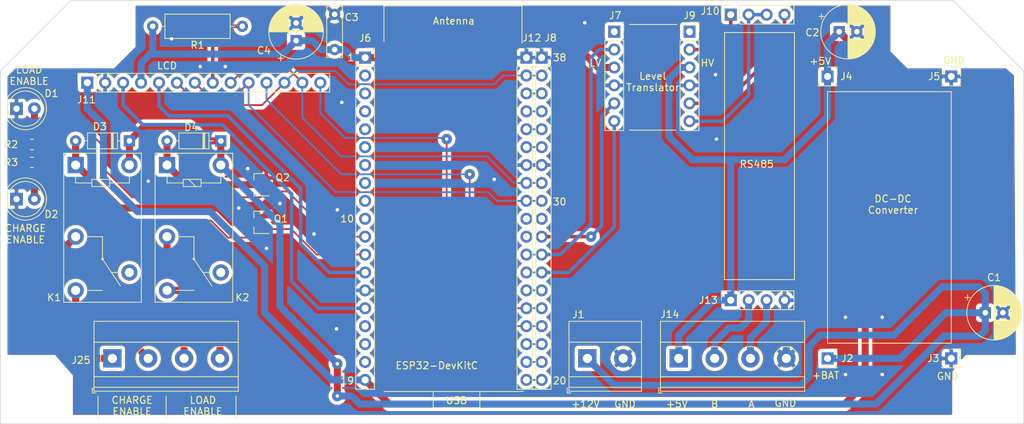
<source format=kicad_pcb>
(kicad_pcb (version 20171130) (host pcbnew "(5.1.8)-1")
  (layers (0 F.Cu signal) (31 B.Cu signal) (34 B.Paste user) (35 F.Paste user) (36 B.SilkS user) (37 F.SilkS user) (38 B.Mask user) (39 F.Mask user) (44 Edge.Cuts user))
  (net 0 "")
  (net 1 GND)
  (net 2 "Net-(J11-Pad3)")
  (net 3 "Net-(J11-Pad5)")
  (net 4 "Net-(J6-Pad2)")
  (net 5 "Net-(J10-Pad1)")
  (net 6 "Net-(J10-Pad4)")
  (net 7 "Net-(J10-Pad2)")
  (net 8 "Net-(J11-Pad8)")
  (net 9 "Net-(J11-Pad10)")
  (net 10 "Net-(J11-Pad11)")
  (net 11 "Net-(J11-Pad12)")
  (net 12 "Net-(J11-Pad13)")
  (net 13 "Net-(J11-Pad14)")
  (net 14 "Net-(J13-Pad2)")
  (net 15 "Net-(J13-Pad3)")
  (net 16 "Net-(D1-Pad2)")
  (net 17 "Net-(D2-Pad2)")
  (net 18 "Net-(D3-Pad2)")
  (net 19 "Net-(D4-Pad2)")
  (net 20 "Net-(J25-Pad1)")
  (net 21 "Net-(J25-Pad2)")
  (net 22 "Net-(J25-Pad3)")
  (net 23 "Net-(J25-Pad4)")
  (net 24 "Net-(K1-Pad4)")
  (net 25 "Net-(K2-Pad4)")
  (net 26 /12V)
  (net 27 +5V)
  (net 28 +3V3)
  (net 29 "Net-(J6-Pad11)")
  (net 30 "Net-(J6-Pad12)")
  (net 31 "Net-(J6-Pad16)")
  (net 32 "Net-(J6-Pad17)")
  (net 33 "Net-(J6-Pad18)")
  (net 34 "Net-(J7-Pad1)")
  (net 35 "Net-(J9-Pad1)")
  (net 36 "Net-(J6-Pad3)")
  (net 37 "Net-(J6-Pad4)")
  (net 38 "Net-(J6-Pad5)")
  (net 39 "Net-(J6-Pad6)")
  (net 40 "Net-(J6-Pad7)")
  (net 41 "Net-(J6-Pad8)")
  (net 42 "Net-(J6-Pad9)")
  (net 43 "Net-(J6-Pad10)")
  (net 44 "Net-(J12-Pad13)")
  (net 45 "Net-(J12-Pad11)")
  (net 46 "Net-(J12-Pad12)")
  (net 47 "Net-(J12-Pad19)")
  (net 48 "Net-(J12-Pad18)")
  (net 49 "Net-(J12-Pad17)")
  (net 50 "Net-(J12-Pad14)")
  (net 51 "Net-(J12-Pad10)")
  (net 52 "Net-(J12-Pad6)")
  (net 53 "Net-(J12-Pad5)")
  (net 54 "Net-(J12-Pad4)")
  (net 55 "Net-(J12-Pad3)")
  (module Connector_PinSocket_2.54mm:PinSocket_1x19_P2.54mm_Vertical (layer F.Cu) (at 146.812 58.166)
    (fp_text reference J8 (at 1.27 -2.794) (layer F.SilkS))
    (fp_text value Conn_01x19_Female)
    (pad 19 thru_hole oval (at 0 45.72) (size 1.7 1.7) (drill 1) (layers *.Cu *.Mask) (net 47 "Net-(J12-Pad19)"))
    (pad 18 thru_hole oval (at 0 43.18) (size 1.7 1.7) (drill 1) (layers *.Cu *.Mask) (net 48 "Net-(J12-Pad18)"))
    (pad 17 thru_hole oval (at 0 40.64) (size 1.7 1.7) (drill 1) (layers *.Cu *.Mask) (net 49 "Net-(J12-Pad17)"))
    (pad 16 thru_hole oval (at 0 38.1) (size 1.7 1.7) (drill 1) (layers *.Cu *.Mask) (net 13 "Net-(J11-Pad14)"))
    (pad 15 thru_hole oval (at 0 35.56) (size 1.7 1.7) (drill 1) (layers *.Cu *.Mask) (net 10 "Net-(J11-Pad11)"))
    (pad 14 thru_hole oval (at 0 33.02) (size 1.7 1.7) (drill 1) (layers *.Cu *.Mask) (net 50 "Net-(J12-Pad14)"))
    (pad 13 thru_hole oval (at 0 30.48) (size 1.7 1.7) (drill 1) (layers *.Cu *.Mask) (net 44 "Net-(J12-Pad13)"))
    (pad 12 thru_hole oval (at 0 27.94) (size 1.7 1.7) (drill 1) (layers *.Cu *.Mask) (net 46 "Net-(J12-Pad12)"))
    (pad 11 thru_hole oval (at 0 25.4) (size 1.7 1.7) (drill 1) (layers *.Cu *.Mask) (net 45 "Net-(J12-Pad11)"))
    (pad 10 thru_hole oval (at 0 22.86) (size 1.7 1.7) (drill 1) (layers *.Cu *.Mask) (net 51 "Net-(J12-Pad10)"))
    (pad 9 thru_hole oval (at 0 20.32) (size 1.7 1.7) (drill 1) (layers *.Cu *.Mask) (net 9 "Net-(J11-Pad10)"))
    (pad 8 thru_hole oval (at 0 17.78) (size 1.7 1.7) (drill 1) (layers *.Cu *.Mask) (net 12 "Net-(J11-Pad13)"))
    (pad 7 thru_hole oval (at 0 15.24) (size 1.7 1.7) (drill 1) (layers *.Cu *.Mask) (net 1 GND))
    (pad 6 thru_hole oval (at 0 12.7) (size 1.7 1.7) (drill 1) (layers *.Cu *.Mask) (net 52 "Net-(J12-Pad6)"))
    (pad 5 thru_hole oval (at 0 10.16) (size 1.7 1.7) (drill 1) (layers *.Cu *.Mask) (net 53 "Net-(J12-Pad5)"))
    (pad 4 thru_hole oval (at 0 7.62) (size 1.7 1.7) (drill 1) (layers *.Cu *.Mask) (net 54 "Net-(J12-Pad4)"))
    (pad 3 thru_hole oval (at 0 5.08) (size 1.7 1.7) (drill 1) (layers *.Cu *.Mask) (net 55 "Net-(J12-Pad3)"))
    (pad 2 thru_hole oval (at 0 2.54) (size 1.7 1.7) (drill 1) (layers *.Cu *.Mask) (net 11 "Net-(J11-Pad12)"))
    (pad 1 thru_hole rect (at 0 0) (size 1.7 1.7) (drill 1) (layers *.Cu *.Mask) (net 1 GND))
  )
  (module Connector_PinSocket_2.54mm:PinSocket_1x19_P2.54mm_Vertical (layer F.Cu) (at 121.793 58.166)
    (fp_text reference J6 (at 0 -2.77) (layer F.SilkS))
    (fp_text value Conn_01x19_Female)
    (pad 1 thru_hole rect (at 0 0) (size 1.7 1.7) (drill 1) (layers *.Cu *.Mask) (net 28 +3V3))
    (pad 2 thru_hole oval (at 0 2.54) (size 1.7 1.7) (drill 1) (layers *.Cu *.Mask) (net 4 "Net-(J6-Pad2)"))
    (pad 3 thru_hole oval (at 0 5.08) (size 1.7 1.7) (drill 1) (layers *.Cu *.Mask) (net 36 "Net-(J6-Pad3)"))
    (pad 4 thru_hole oval (at 0 7.62) (size 1.7 1.7) (drill 1) (layers *.Cu *.Mask) (net 37 "Net-(J6-Pad4)"))
    (pad 5 thru_hole oval (at 0 10.16) (size 1.7 1.7) (drill 1) (layers *.Cu *.Mask) (net 38 "Net-(J6-Pad5)"))
    (pad 6 thru_hole oval (at 0 12.7) (size 1.7 1.7) (drill 1) (layers *.Cu *.Mask) (net 39 "Net-(J6-Pad6)"))
    (pad 7 thru_hole oval (at 0 15.24) (size 1.7 1.7) (drill 1) (layers *.Cu *.Mask) (net 40 "Net-(J6-Pad7)"))
    (pad 8 thru_hole oval (at 0 17.78) (size 1.7 1.7) (drill 1) (layers *.Cu *.Mask) (net 41 "Net-(J6-Pad8)"))
    (pad 9 thru_hole oval (at 0 20.32) (size 1.7 1.7) (drill 1) (layers *.Cu *.Mask) (net 42 "Net-(J6-Pad9)"))
    (pad 10 thru_hole oval (at 0 22.86) (size 1.7 1.7) (drill 1) (layers *.Cu *.Mask) (net 43 "Net-(J6-Pad10)"))
    (pad 11 thru_hole oval (at 0 25.4) (size 1.7 1.7) (drill 1) (layers *.Cu *.Mask) (net 29 "Net-(J6-Pad11)"))
    (pad 12 thru_hole oval (at 0 27.94) (size 1.7 1.7) (drill 1) (layers *.Cu *.Mask) (net 30 "Net-(J6-Pad12)"))
    (pad 13 thru_hole oval (at 0 30.48) (size 1.7 1.7) (drill 1) (layers *.Cu *.Mask) (net 3 "Net-(J11-Pad5)"))
    (pad 14 thru_hole oval (at 0 33.02) (size 1.7 1.7) (drill 1) (layers *.Cu *.Mask) (net 1 GND))
    (pad 15 thru_hole oval (at 0 35.56) (size 1.7 1.7) (drill 1) (layers *.Cu *.Mask) (net 2 "Net-(J11-Pad3)"))
    (pad 16 thru_hole oval (at 0 38.1) (size 1.7 1.7) (drill 1) (layers *.Cu *.Mask) (net 31 "Net-(J6-Pad16)"))
    (pad 17 thru_hole oval (at 0 40.64) (size 1.7 1.7) (drill 1) (layers *.Cu *.Mask) (net 32 "Net-(J6-Pad17)"))
    (pad 18 thru_hole oval (at 0 43.18) (size 1.7 1.7) (drill 1) (layers *.Cu *.Mask) (net 33 "Net-(J6-Pad18)"))
    (pad 19 thru_hole oval (at 0 45.72) (size 1.7 1.7) (drill 1) (layers *.Cu *.Mask) (net 27 +5V))
  )
  (module Connector_PinSocket_2.54mm:PinSocket_1x14_P2.54mm_Vertical (layer F.Cu) (at 82.423 61.722 90)
    (fp_text reference J11 (at -2.413 -0.127 180) (layer F.SilkS))
    (fp_text value Conn_01x14_Female)
    (pad 1 thru_hole rect (at 0 0 90) (size 1.7 1.7) (drill 1) (layers *.Cu *.Mask) (net 27 +5V))
    (pad 2 thru_hole oval (at 0 2.54 90) (size 1.7 1.7) (drill 1) (layers *.Cu *.Mask) (net 1 GND))
    (pad 3 thru_hole oval (at 0 5.08 90) (size 1.7 1.7) (drill 1) (layers *.Cu *.Mask) (net 2 "Net-(J11-Pad3)"))
    (pad 4 thru_hole oval (at 0 7.62 90) (size 1.7 1.7) (drill 1) (layers *.Cu *.Mask) (net 28 +3V3))
    (pad 5 thru_hole oval (at 0 10.16 90) (size 1.7 1.7) (drill 1) (layers *.Cu *.Mask) (net 3 "Net-(J11-Pad5)"))
    (pad 6 thru_hole oval (at 0 12.7 90) (size 1.7 1.7) (drill 1) (layers *.Cu *.Mask) (net 11 "Net-(J11-Pad12)"))
    (pad 7 thru_hole oval (at 0 15.24 90) (size 1.7 1.7) (drill 1) (layers *.Cu *.Mask) (net 9 "Net-(J11-Pad10)"))
    (pad 8 thru_hole oval (at 0 17.78 90) (size 1.7 1.7) (drill 1) (layers *.Cu *.Mask) (net 8 "Net-(J11-Pad8)"))
    (pad 9 thru_hole oval (at 0 20.32 90) (size 1.7 1.7) (drill 1) (layers *.Cu *.Mask) (net 12 "Net-(J11-Pad13)"))
    (pad 10 thru_hole oval (at 0 22.86 90) (size 1.7 1.7) (drill 1) (layers *.Cu *.Mask) (net 9 "Net-(J11-Pad10)"))
    (pad 11 thru_hole oval (at 0 25.4 90) (size 1.7 1.7) (drill 1) (layers *.Cu *.Mask) (net 10 "Net-(J11-Pad11)"))
    (pad 12 thru_hole oval (at 0 27.94 90) (size 1.7 1.7) (drill 1) (layers *.Cu *.Mask) (net 11 "Net-(J11-Pad12)"))
    (pad 13 thru_hole oval (at 0 30.48 90) (size 1.7 1.7) (drill 1) (layers *.Cu *.Mask) (net 12 "Net-(J11-Pad13)"))
    (pad 14 thru_hole oval (at 0 33.02 90) (size 1.7 1.7) (drill 1) (layers *.Cu *.Mask) (net 13 "Net-(J11-Pad14)"))
  )
  (module TerminalBlock_Phoenix:TerminalBlock_Phoenix_MKDS-1,5-2-5.08_1x02_P5.08mm_Horizontal (layer F.Cu) (at 153.289 100.838)
    (fp_text reference J1 (at -1.27 -6.223) (layer F.SilkS))
    (fp_text value Conn_01x02_Female)
    (pad 1 thru_hole rect (at 0 0) (size 2.6 2.6) (drill 1.3) (layers *.Cu *.Mask) (net 26 /12V))
    (pad 2 thru_hole circle (at 5.08 0) (size 2.6 2.6) (drill 1.3) (layers *.Cu *.Mask) (net 1 GND))
  )
  (module Connector_PinSocket_2.54mm:PinSocket_1x01_P2.54mm_Vertical (layer F.Cu) (at 187.325 100.838)
    (fp_text reference J2 (at 2.794 0) (layer F.SilkS))
    (fp_text value Conn_01x01_Female)
    (pad 1 thru_hole rect (at 0 0) (size 1.7 1.7) (drill 1) (layers *.Cu *.Mask) (net 26 /12V))
  )
  (module Connector_PinSocket_2.54mm:PinSocket_1x01_P2.54mm_Vertical (layer F.Cu) (at 204.851 100.838)
    (fp_text reference J3 (at -2.54 0) (layer F.SilkS))
    (fp_text value Conn_01x01_Female)
    (pad 1 thru_hole rect (at 0 0) (size 1.7 1.7) (drill 1) (layers *.Cu *.Mask) (net 1 GND))
  )
  (module Connector_PinSocket_2.54mm:PinSocket_1x01_P2.54mm_Vertical (layer F.Cu) (at 187.325 60.833)
    (fp_text reference J4 (at 2.667 0) (layer F.SilkS))
    (fp_text value Conn_01x01_Female)
    (pad 1 thru_hole rect (at 0 0) (size 1.7 1.7) (drill 1) (layers *.Cu *.Mask) (net 27 +5V))
  )
  (module Connector_PinSocket_2.54mm:PinSocket_1x01_P2.54mm_Vertical (layer F.Cu) (at 204.851 60.833)
    (fp_text reference J5 (at -2.413 0) (layer F.SilkS))
    (fp_text value Conn_01x01_Female)
    (pad 1 thru_hole rect (at 0 0) (size 1.7 1.7) (drill 1) (layers *.Cu *.Mask) (net 1 GND))
  )
  (module Connector_PinSocket_2.54mm:PinSocket_1x06_P2.54mm_Vertical (layer F.Cu) (at 157.099 54.483)
    (fp_text reference J7 (at 0.127 -2.286) (layer F.SilkS))
    (fp_text value Conn_01x06_Female)
    (pad 6 thru_hole oval (at 0 12.7) (size 1.7 1.7) (drill 1) (layers *.Cu *.Mask) (net 44 "Net-(J12-Pad13)"))
    (pad 5 thru_hole oval (at 0 10.16) (size 1.7 1.7) (drill 1) (layers *.Cu *.Mask) (net 45 "Net-(J12-Pad11)"))
    (pad 4 thru_hole oval (at 0 7.62) (size 1.7 1.7) (drill 1) (layers *.Cu *.Mask) (net 1 GND))
    (pad 3 thru_hole oval (at 0 5.08) (size 1.7 1.7) (drill 1) (layers *.Cu *.Mask) (net 28 +3V3))
    (pad 2 thru_hole oval (at 0 2.54) (size 1.7 1.7) (drill 1) (layers *.Cu *.Mask) (net 46 "Net-(J12-Pad12)"))
    (pad 1 thru_hole rect (at 0 0) (size 1.7 1.7) (drill 1) (layers *.Cu *.Mask) (net 34 "Net-(J7-Pad1)"))
  )
  (module Connector_PinSocket_2.54mm:PinSocket_1x06_P2.54mm_Vertical (layer F.Cu) (at 167.767 54.483)
    (fp_text reference J9 (at 0 -2.286) (layer F.SilkS))
    (fp_text value Conn_01x06_Female)
    (pad 1 thru_hole rect (at 0 0) (size 1.7 1.7) (drill 1) (layers *.Cu *.Mask) (net 35 "Net-(J9-Pad1)"))
    (pad 2 thru_hole oval (at 0 2.54) (size 1.7 1.7) (drill 1) (layers *.Cu *.Mask) (net 5 "Net-(J10-Pad1)"))
    (pad 3 thru_hole oval (at 0 5.08) (size 1.7 1.7) (drill 1) (layers *.Cu *.Mask) (net 27 +5V))
    (pad 4 thru_hole oval (at 0 7.62) (size 1.7 1.7) (drill 1) (layers *.Cu *.Mask) (net 1 GND))
    (pad 5 thru_hole oval (at 0 10.16) (size 1.7 1.7) (drill 1) (layers *.Cu *.Mask) (net 6 "Net-(J10-Pad4)"))
    (pad 6 thru_hole oval (at 0 12.7) (size 1.7 1.7) (drill 1) (layers *.Cu *.Mask) (net 7 "Net-(J10-Pad2)"))
  )
  (module Connector_PinSocket_2.54mm:PinSocket_1x04_P2.54mm_Vertical (layer F.Cu) (at 173.609 52.07 90)
    (fp_text reference J10 (at 0.508 -2.921 180) (layer F.SilkS))
    (fp_text value Conn_01x04_Female)
    (pad 4 thru_hole oval (at 0 7.62 90) (size 1.7 1.7) (drill 1) (layers *.Cu *.Mask) (net 6 "Net-(J10-Pad4)"))
    (pad 3 thru_hole oval (at 0 5.08 90) (size 1.7 1.7) (drill 1) (layers *.Cu *.Mask) (net 7 "Net-(J10-Pad2)"))
    (pad 2 thru_hole oval (at 0 2.54 90) (size 1.7 1.7) (drill 1) (layers *.Cu *.Mask) (net 7 "Net-(J10-Pad2)"))
    (pad 1 thru_hole rect (at 0 0 90) (size 1.7 1.7) (drill 1) (layers *.Cu *.Mask) (net 5 "Net-(J10-Pad1)"))
  )
  (module Connector_PinSocket_2.54mm:PinSocket_1x04_P2.54mm_Vertical (layer F.Cu) (at 173.609 92.583 90)
    (fp_text reference J13 (at 0 -3.175 180) (layer F.SilkS))
    (fp_text value Conn_01x04_Female)
    (pad 1 thru_hole rect (at 0 0 90) (size 1.7 1.7) (drill 1) (layers *.Cu *.Mask) (net 27 +5V))
    (pad 2 thru_hole oval (at 0 2.54 90) (size 1.7 1.7) (drill 1) (layers *.Cu *.Mask) (net 14 "Net-(J13-Pad2)"))
    (pad 3 thru_hole oval (at 0 5.08 90) (size 1.7 1.7) (drill 1) (layers *.Cu *.Mask) (net 15 "Net-(J13-Pad3)"))
    (pad 4 thru_hole oval (at 0 7.62 90) (size 1.7 1.7) (drill 1) (layers *.Cu *.Mask) (net 1 GND))
  )
  (module TerminalBlock_Phoenix:TerminalBlock_Phoenix_MKDS-1,5-4-5.08_1x04_P5.08mm_Horizontal (layer F.Cu) (at 166.243 100.838)
    (fp_text reference J14 (at -1.27 -6.26) (layer F.SilkS))
    (fp_text value Conn_01x04_Female)
    (pad 1 thru_hole rect (at 0 0) (size 2.6 2.6) (drill 1.3) (layers *.Cu *.Mask) (net 27 +5V))
    (pad 2 thru_hole circle (at 5.08 0) (size 2.6 2.6) (drill 1.3) (layers *.Cu *.Mask) (net 14 "Net-(J13-Pad2)"))
    (pad 3 thru_hole circle (at 10.16 0) (size 2.6 2.6) (drill 1.3) (layers *.Cu *.Mask) (net 15 "Net-(J13-Pad3)"))
    (pad 4 thru_hole circle (at 15.24 0) (size 2.6 2.6) (drill 1.3) (layers *.Cu *.Mask) (net 1 GND))
  )
  (module Resistor_THT:R_Axial_DIN0309_L9.0mm_D3.2mm_P12.70mm_Horizontal (layer F.Cu) (at 91.694 53.721)
    (fp_text reference R1 (at 6.35 2.667) (layer F.SilkS))
    (fp_text value 10K)
    (pad 1 thru_hole circle (at 0 0) (size 1.6 1.6) (drill 0.8) (layers *.Cu *.Mask) (net 28 +3V3))
    (pad 2 thru_hole oval (at 12.7 0) (size 1.6 1.6) (drill 0.8) (layers *.Cu *.Mask) (net 8 "Net-(J11-Pad8)"))
  )
  (module MountingHole:MountingHole_3.5mm (layer F.Cu) (at 75.184 105.029)
    (fp_text reference H1)
    (fp_text value MountingHole)
    (pad 1 np_thru_hole circle (at 0 0) (size 3.5 3.5) (drill 3.5) (layers *.Cu *.Mask))
  )
  (module MountingHole:MountingHole_3.5mm (layer F.Cu) (at 210.185 105.029)
    (fp_text reference H2)
    (fp_text value MountingHole)
    (pad 1 np_thru_hole circle (at 0 0) (size 3.5 3.5) (drill 3.5) (layers *.Cu *.Mask))
  )
  (module MountingHole:MountingHole_3.5mm (layer F.Cu) (at 201.168 55.118)
    (fp_text reference H3)
    (fp_text value MountingHole)
    (pad 1 np_thru_hole circle (at 0 0) (size 3.5 3.5) (drill 3.5) (layers *.Cu *.Mask))
  )
  (module MountingHole:MountingHole_3.5mm (layer F.Cu) (at 84.201 55.118)
    (fp_text reference H4)
    (fp_text value MountingHole)
    (pad 1 np_thru_hole circle (at 0 0) (size 3.5 3.5) (drill 3.5) (layers *.Cu *.Mask))
  )
  (module LED_THT:LED_D5.0mm (layer F.Cu) (at 72.39 65.405)
    (fp_text reference D1 (at 4.953 -2.159) (layer F.SilkS))
    (fp_text value "LED GRN")
    (pad 1 thru_hole rect (at 0 0) (size 1.8 1.8) (drill 0.9) (layers *.Cu *.Mask) (net 1 GND))
    (pad 2 thru_hole circle (at 2.54 0) (size 1.8 1.8) (drill 0.9) (layers *.Cu *.Mask) (net 16 "Net-(D1-Pad2)"))
  )
  (module LED_THT:LED_D5.0mm (layer F.Cu) (at 72.39 78.232)
    (fp_text reference D2 (at 4.953 2.159) (layer F.SilkS))
    (fp_text value "LED GRN")
    (pad 2 thru_hole circle (at 2.54 0) (size 1.8 1.8) (drill 0.9) (layers *.Cu *.Mask) (net 17 "Net-(D2-Pad2)"))
    (pad 1 thru_hole rect (at 0 0) (size 1.8 1.8) (drill 0.9) (layers *.Cu *.Mask) (net 1 GND))
  )
  (module Diode_THT:D_DO-35_SOD27_P7.62mm_Horizontal (layer F.Cu) (at 88.392 69.977 180)
    (fp_text reference D3 (at 4.191 2.032) (layer F.SilkS))
    (fp_text value 1N4148)
    (pad 1 thru_hole rect (at 0 0 180) (size 1.6 1.6) (drill 0.8) (layers *.Cu *.Mask) (net 26 /12V))
    (pad 2 thru_hole oval (at 7.62 0 180) (size 1.6 1.6) (drill 0.8) (layers *.Cu *.Mask) (net 18 "Net-(D3-Pad2)"))
  )
  (module Diode_THT:D_DO-35_SOD27_P7.62mm_Horizontal (layer F.Cu) (at 101.346 69.977 180)
    (fp_text reference D4 (at 4.191 1.905) (layer F.SilkS))
    (fp_text value 1N4148)
    (pad 2 thru_hole oval (at 7.62 0 180) (size 1.6 1.6) (drill 0.8) (layers *.Cu *.Mask) (net 19 "Net-(D4-Pad2)"))
    (pad 1 thru_hole rect (at 0 0 180) (size 1.6 1.6) (drill 0.8) (layers *.Cu *.Mask) (net 26 /12V))
  )
  (module TerminalBlock_Phoenix:TerminalBlock_Phoenix_MKDS-1,5-4-5.08_1x04_P5.08mm_Horizontal (layer F.Cu) (at 85.979 100.838)
    (fp_text reference J25 (at -4.445 0.254) (layer F.SilkS))
    (fp_text value Conn_01x04_Female)
    (pad 1 thru_hole rect (at 0 0) (size 2.6 2.6) (drill 1.3) (layers *.Cu *.Mask) (net 20 "Net-(J25-Pad1)"))
    (pad 2 thru_hole circle (at 5.08 0) (size 2.6 2.6) (drill 1.3) (layers *.Cu *.Mask) (net 21 "Net-(J25-Pad2)"))
    (pad 3 thru_hole circle (at 10.16 0) (size 2.6 2.6) (drill 1.3) (layers *.Cu *.Mask) (net 22 "Net-(J25-Pad3)"))
    (pad 4 thru_hole circle (at 15.24 0) (size 2.6 2.6) (drill 1.3) (layers *.Cu *.Mask) (net 23 "Net-(J25-Pad4)"))
  )
  (module Relay_THT:Relay_SPDT_Omron-G5Q-1 (layer F.Cu) (at 80.772 73.406 270)
    (fp_text reference K1 (at 18.796 3.048 180) (layer F.SilkS))
    (fp_text value G5Q-1)
    (pad 1 thru_hole rect (at 0 0 90) (size 2.3 2.3) (drill 1.3) (layers *.Cu *.Mask) (net 18 "Net-(D3-Pad2)"))
    (pad 2 thru_hole circle (at 10.16 0 90) (size 2.3 2.3) (drill 1.3) (layers *.Cu *.Mask) (net 20 "Net-(J25-Pad1)"))
    (pad 3 thru_hole circle (at 17.78 0 90) (size 2.3 2.3) (drill 1.3) (layers *.Cu *.Mask) (net 21 "Net-(J25-Pad2)"))
    (pad 4 thru_hole circle (at 15.24 -7.62 90) (size 2.3 2.3) (drill 1.3) (layers *.Cu *.Mask) (net 24 "Net-(K1-Pad4)"))
    (pad 5 thru_hole circle (at 0 -7.62 90) (size 2.3 2.3) (drill 1.3) (layers *.Cu *.Mask) (net 26 /12V))
  )
  (module Relay_THT:Relay_SPDT_Omron-G5Q-1 (layer F.Cu) (at 93.726 73.406 270)
    (fp_text reference K2 (at 18.796 -10.668) (layer F.SilkS))
    (fp_text value G5Q-1)
    (pad 5 thru_hole circle (at 0 -7.62 90) (size 2.3 2.3) (drill 1.3) (layers *.Cu *.Mask) (net 26 /12V))
    (pad 4 thru_hole circle (at 15.24 -7.62 90) (size 2.3 2.3) (drill 1.3) (layers *.Cu *.Mask) (net 25 "Net-(K2-Pad4)"))
    (pad 3 thru_hole circle (at 17.78 0 90) (size 2.3 2.3) (drill 1.3) (layers *.Cu *.Mask) (net 23 "Net-(J25-Pad4)"))
    (pad 2 thru_hole circle (at 10.16 0 90) (size 2.3 2.3) (drill 1.3) (layers *.Cu *.Mask) (net 22 "Net-(J25-Pad3)"))
    (pad 1 thru_hole rect (at 0 0 90) (size 2.3 2.3) (drill 1.3) (layers *.Cu *.Mask) (net 19 "Net-(D4-Pad2)"))
  )
  (module Package_TO_SOT_SMD:SOT-23 (layer F.Cu) (at 106.791 81.534 180)
    (fp_text reference Q1 (at -3.064 0.508) (layer F.SilkS))
    (fp_text value 2N7002)
    (pad 3 smd rect (at 1 0 180) (size 0.9 0.8) (layers F.Cu F.Paste F.Mask) (net 18 "Net-(D3-Pad2)"))
    (pad 2 smd rect (at -1 0.95 180) (size 0.9 0.8) (layers F.Cu F.Paste F.Mask) (net 1 GND))
    (pad 1 smd rect (at -1 -0.95 180) (size 0.9 0.8) (layers F.Cu F.Paste F.Mask) (net 30 "Net-(J6-Pad12)"))
  )
  (module Package_TO_SOT_SMD:SOT-23 (layer F.Cu) (at 106.791 76.2 180)
    (fp_text reference Q2 (at -3.318 1.016) (layer F.SilkS))
    (fp_text value 2N7002)
    (pad 1 smd rect (at -1 -0.95 180) (size 0.9 0.8) (layers F.Cu F.Paste F.Mask) (net 29 "Net-(J6-Pad11)"))
    (pad 2 smd rect (at -1 0.95 180) (size 0.9 0.8) (layers F.Cu F.Paste F.Mask) (net 1 GND))
    (pad 3 smd rect (at 1 0 180) (size 0.9 0.8) (layers F.Cu F.Paste F.Mask) (net 19 "Net-(D4-Pad2)"))
  )
  (module Capacitor_THT:CP_Radial_D7.5mm_P2.50mm (layer F.Cu) (at 209.677 94.361)
    (fp_text reference C1 (at 1.25 -5) (layer F.SilkS))
    (fp_text value 220uF/25V)
    (pad 2 thru_hole circle (at 2.5 0) (size 1.6 1.6) (drill 0.8) (layers *.Cu *.Mask) (net 1 GND))
    (pad 1 thru_hole rect (at 0 0) (size 1.6 1.6) (drill 0.8) (layers *.Cu *.Mask) (net 26 /12V))
  )
  (module Capacitor_THT:CP_Radial_D7.5mm_P2.50mm (layer F.Cu) (at 188.976 54.483)
    (fp_text reference C2 (at -3.81 0.127) (layer F.SilkS))
    (fp_text value 680uF/6.3V)
    (pad 1 thru_hole rect (at 0 0) (size 1.6 1.6) (drill 0.8) (layers *.Cu *.Mask) (net 27 +5V))
    (pad 2 thru_hole circle (at 2.5 0) (size 1.6 1.6) (drill 0.8) (layers *.Cu *.Mask) (net 1 GND))
  )
  (module Capacitor_THT:C_Rect_L7.0mm_W2.0mm_P5.00mm (layer F.Cu) (at 117.475 57.023 90)
    (fp_text reference C3 (at 4.572 2.413 180) (layer F.SilkS))
    (fp_text value 0.1uF/Ceramic)
    (pad 1 thru_hole circle (at 0 0 90) (size 1.6 1.6) (drill 0.8) (layers *.Cu *.Mask) (net 28 +3V3))
    (pad 2 thru_hole circle (at 5 0 90) (size 1.6 1.6) (drill 0.8) (layers *.Cu *.Mask) (net 1 GND))
  )
  (module Capacitor_THT:CP_Radial_D7.5mm_P2.50mm (layer F.Cu) (at 112.014 55.753 90)
    (fp_text reference C4 (at -1.397 -4.572 180) (layer F.SilkS))
    (fp_text value 680uF/6.3V)
    (pad 1 thru_hole rect (at 0 0 90) (size 1.6 1.6) (drill 0.8) (layers *.Cu *.Mask) (net 28 +3V3))
    (pad 2 thru_hole circle (at 2.5 0 90) (size 1.6 1.6) (drill 0.8) (layers *.Cu *.Mask) (net 1 GND))
  )
  (module Resistor_SMD:R_0805_2012Metric (layer F.Cu) (at 74.5725 70.485 180)
    (fp_text reference R2 (at 2.9445 0) (layer F.SilkS))
    (fp_text value 470)
    (pad 2 smd roundrect (at 0.9125 0 180) (size 1.025 1.4) (layers F.Cu F.Paste F.Mask) (roundrect_rratio 0.243902) (net 16 "Net-(D1-Pad2)"))
    (pad 1 smd roundrect (at -0.9125 0 180) (size 1.025 1.4) (layers F.Cu F.Paste F.Mask) (roundrect_rratio 0.243902) (net 29 "Net-(J6-Pad11)"))
  )
  (module Resistor_SMD:R_0805_2012Metric (layer F.Cu) (at 74.5725 73.025 180)
    (fp_text reference R3 (at 2.9445 0) (layer F.SilkS))
    (fp_text value 470)
    (pad 1 smd roundrect (at -0.9125 0 180) (size 1.025 1.4) (layers F.Cu F.Paste F.Mask) (roundrect_rratio 0.243902) (net 30 "Net-(J6-Pad12)"))
    (pad 2 smd roundrect (at 0.9125 0 180) (size 1.025 1.4) (layers F.Cu F.Paste F.Mask) (roundrect_rratio 0.243902) (net 17 "Net-(D2-Pad2)"))
  )
  (module Connector_PinSocket_2.54mm:PinSocket_1x19_P2.54mm_Vertical (layer F.Cu) (at 144.653 58.166)
    (fp_text reference J12 (at 0.762 -2.794) (layer F.SilkS))
    (fp_text value Conn_01x19_Female)
    (pad 1 thru_hole rect (at 0 0) (size 1.7 1.7) (drill 1) (layers *.Cu *.Mask) (net 1 GND))
    (pad 2 thru_hole oval (at 0 2.54) (size 1.7 1.7) (drill 1) (layers *.Cu *.Mask) (net 11 "Net-(J11-Pad12)"))
    (pad 3 thru_hole oval (at 0 5.08) (size 1.7 1.7) (drill 1) (layers *.Cu *.Mask) (net 55 "Net-(J12-Pad3)"))
    (pad 4 thru_hole oval (at 0 7.62) (size 1.7 1.7) (drill 1) (layers *.Cu *.Mask) (net 54 "Net-(J12-Pad4)"))
    (pad 5 thru_hole oval (at 0 10.16) (size 1.7 1.7) (drill 1) (layers *.Cu *.Mask) (net 53 "Net-(J12-Pad5)"))
    (pad 6 thru_hole oval (at 0 12.7) (size 1.7 1.7) (drill 1) (layers *.Cu *.Mask) (net 52 "Net-(J12-Pad6)"))
    (pad 7 thru_hole oval (at 0 15.24) (size 1.7 1.7) (drill 1) (layers *.Cu *.Mask) (net 1 GND))
    (pad 8 thru_hole oval (at 0 17.78) (size 1.7 1.7) (drill 1) (layers *.Cu *.Mask) (net 12 "Net-(J11-Pad13)"))
    (pad 9 thru_hole oval (at 0 20.32) (size 1.7 1.7) (drill 1) (layers *.Cu *.Mask) (net 9 "Net-(J11-Pad10)"))
    (pad 10 thru_hole oval (at 0 22.86) (size 1.7 1.7) (drill 1) (layers *.Cu *.Mask) (net 51 "Net-(J12-Pad10)"))
    (pad 11 thru_hole oval (at 0 25.4) (size 1.7 1.7) (drill 1) (layers *.Cu *.Mask) (net 45 "Net-(J12-Pad11)"))
    (pad 12 thru_hole oval (at 0 27.94) (size 1.7 1.7) (drill 1) (layers *.Cu *.Mask) (net 46 "Net-(J12-Pad12)"))
    (pad 13 thru_hole oval (at 0 30.48) (size 1.7 1.7) (drill 1) (layers *.Cu *.Mask) (net 44 "Net-(J12-Pad13)"))
    (pad 14 thru_hole oval (at 0 33.02) (size 1.7 1.7) (drill 1) (layers *.Cu *.Mask) (net 50 "Net-(J12-Pad14)"))
    (pad 15 thru_hole oval (at 0 35.56) (size 1.7 1.7) (drill 1) (layers *.Cu *.Mask) (net 10 "Net-(J11-Pad11)"))
    (pad 16 thru_hole oval (at 0 38.1) (size 1.7 1.7) (drill 1) (layers *.Cu *.Mask) (net 13 "Net-(J11-Pad14)"))
    (pad 17 thru_hole oval (at 0 40.64) (size 1.7 1.7) (drill 1) (layers *.Cu *.Mask) (net 49 "Net-(J12-Pad17)"))
    (pad 18 thru_hole oval (at 0 43.18) (size 1.7 1.7) (drill 1) (layers *.Cu *.Mask) (net 48 "Net-(J12-Pad18)"))
    (pad 19 thru_hole oval (at 0 45.72) (size 1.7 1.7) (drill 1) (layers *.Cu *.Mask) (net 47 "Net-(J12-Pad19)"))
  )
  (gr_text 30 (at 149.352 78.613) (layer F.SilkS) (effects (font (size 1 1))))
  (gr_text 10 (at 119.253 81.026) (layer F.SilkS) (effects (font (size 1 1))))
  (gr_text 20 (at 149.352 104.013) (layer F.SilkS) (effects (font (size 1 1))))
  (gr_text 19 (at 119.253 104.013) (layer F.SilkS) (effects (font (size 1 1))))
  (gr_text 38 (at 149.352 58.166) (layer F.SilkS) (effects (font (size 1 1))))
  (gr_text 1 (at 119.761 58.166) (layer F.SilkS) (effects (font (size 1 1))))
  (gr_text Antenna (at 134.366 52.959) (layer F.SilkS) (effects (font (size 1 1))))
  (gr_line (start 144.018 50.8) (end 144.018 56.134) (layer F.SilkS) (width 0.12))
  (gr_line (start 124.46 50.8) (end 144.018 50.8) (layer F.SilkS) (width 0.12))
  (gr_line (start 124.46 55.88) (end 124.46 50.8) (layer F.SilkS) (width 0.12))
  (gr_text LCD (at 93.726 59.309) (layer F.SilkS) (effects (font (size 1 1))))
  (gr_text ESP32-DevKitC (at 131.953 101.854) (layer F.SilkS) (effects (font (size 1 1))))
  (gr_line (start 144.272 105.537) (end 124.46 105.537) (layer F.SilkS) (width 0.12))
  (gr_line (start 103.505 106.172) (end 103.505 109.347) (layer F.SilkS) (width 0.12))
  (gr_line (start 83.947 106.172) (end 83.947 109.347) (layer F.SilkS) (width 0.12))
  (gr_line (start 93.599 106.172) (end 93.599 109.347) (layer F.SilkS) (width 0.12))
  (gr_text "LOAD\nENABLE" (at 98.806 107.569) (layer F.SilkS) (effects (font (size 1 1))))
  (gr_text "CHARGE\nENABLE" (at 88.773 107.569) (layer F.SilkS) (effects (font (size 1 1))))
  (gr_text "LOAD\nENABLE" (at 74.168 60.706) (layer F.SilkS) (effects (font (size 1 1))))
  (gr_text "CHARGE\nENABLE" (at 73.66 83.185) (layer F.SilkS) (effects (font (size 1 1))))
  (gr_line (start 138.049 107.823) (end 138.049 105.664) (layer F.SilkS) (width 0.12))
  (gr_line (start 131.445 107.823) (end 138.049 107.823) (layer F.SilkS) (width 0.12))
  (gr_line (start 131.445 105.664) (end 131.445 107.823) (layer F.SilkS) (width 0.12))
  (gr_text USB (at 134.747 106.807) (layer F.SilkS) (effects (font (size 1 1))))
  (gr_line (start 159.258 68.453) (end 165.862 68.453) (layer F.SilkS) (width 0.12))
  (gr_line (start 159.258 53.467) (end 165.989 53.467) (layer F.SilkS) (width 0.12))
  (gr_line (start 182.626 89.662) (end 182.626 54.61) (layer F.SilkS) (width 0.12))
  (gr_line (start 172.72 54.61) (end 172.847 54.61) (layer F.SilkS) (width 0.12))
  (gr_line (start 172.72 89.662) (end 172.72 54.61) (layer F.SilkS) (width 0.12))
  (gr_line (start 204.851 62.992) (end 187.325 62.992) (layer F.SilkS) (width 0.12))
  (gr_line (start 204.851 98.679) (end 204.851 62.992) (layer F.SilkS) (width 0.12))
  (gr_line (start 187.325 98.679) (end 204.851 98.679) (layer F.SilkS) (width 0.12))
  (gr_line (start 187.325 62.992) (end 187.325 98.679) (layer F.SilkS) (width 0.12))
  (gr_line (start 172.72 89.662) (end 182.626 89.662) (layer F.SilkS) (width 0.12))
  (gr_line (start 172.847 54.61) (end 182.626 54.61) (layer F.SilkS) (width 0.12))
  (gr_text RS485 (at 177.292 73.279) (layer F.SilkS) (effects (font (size 1 1))))
  (gr_text HV (at 170.307 58.928) (layer F.SilkS) (effects (font (size 1 1))))
  (gr_text LV (at 154.432 58.928) (layer F.SilkS) (effects (font (size 1 1))))
  (gr_text +BAT (at 187.071 103.251) (layer F.SilkS) (effects (font (size 1 1))))
  (gr_text +5V (at 186.309 58.674) (layer F.SilkS) (effects (font (size 1 1))))
  (gr_text GND (at 205.232 58.547) (layer F.SilkS) (effects (font (size 1 1))))
  (gr_text GND (at 204.343 103.378) (layer F.SilkS) (effects (font (size 1 1))))
  (gr_text GND (at 181.356 107.188) (layer F.SilkS) (effects (font (size 1 1))))
  (gr_text A (at 176.53 107.315) (layer F.SilkS) (effects (font (size 1 1))))
  (gr_text B (at 171.323 107.315) (layer F.SilkS) (effects (font (size 1 1))))
  (gr_text +5V (at 165.989 107.315) (layer F.SilkS) (effects (font (size 1 1))))
  (gr_text GND (at 158.623 107.315) (layer F.SilkS) (effects (font (size 1 1))))
  (gr_text +12V (at 153.035 107.315) (layer F.SilkS) (effects (font (size 1 1))))
  (gr_text "Level\nTranslator" (at 162.56 61.595) (layer F.SilkS) (effects (font (size 1 1))))
  (gr_text "DC-DC\nConverter" (at 196.596 78.994) (layer F.SilkS) (effects (font (size 1 1))))
  (gr_line (start 205.105 50.038) (end 215.138 60.071) (layer Edge.Cuts) (width 0.1))
  (gr_line (start 80.137 50.038) (end 205.105 50.038) (layer Edge.Cuts) (width 0.1))
  (gr_line (start 70.104 60.071) (end 80.137 50.038) (layer Edge.Cuts) (width 0.1))
  (gr_line (start 70.104 110.109) (end 70.104 60.071) (layer Edge.Cuts) (width 0.1))
  (gr_line (start 215.138 110.109) (end 70.104 110.109) (layer Edge.Cuts) (width 0.1))
  (gr_line (start 215.138 60.071) (end 215.138 110.109) (layer Edge.Cuts) (width 0.1))
  (segment (start 181.483 100.838) (end 181.483 95.885) (width 1) (layer B.Cu) (net 1))
  (segment (start 181.229 95.631) (end 181.229 92.583) (width 1) (layer B.Cu) (net 1))
  (segment (start 181.483 95.885) (end 181.229 95.631) (width 1) (layer B.Cu) (net 1))
  (via (at 140.081 75.438) (size 1.5) (drill 0.5) (layers F.Cu B.Cu) (net 1))
  (via (at 117.856 79.756) (size 1.5) (drill 0.5) (layers F.Cu B.Cu) (net 1))
  (via (at 118.491 64.516) (size 1.5) (drill 0.5) (layers F.Cu B.Cu) (net 1))
  (via (at 117.729 96.647) (size 1.5) (drill 0.5) (layers F.Cu B.Cu) (net 1))
  (via (at 114.554 83.185) (size 1.5) (drill 0.5) (layers F.Cu B.Cu) (net 1))
  (via (at 103.886 79.502) (size 1.5) (drill 0.5) (layers F.Cu B.Cu) (net 1))
  (via (at 109.728 78.867) (size 1.5) (drill 0.5) (layers F.Cu B.Cu) (net 1))
  (via (at 105.156 73.914) (size 1.5) (drill 0.5) (layers F.Cu B.Cu) (net 1))
  (via (at 107.823 85.217) (size 1.5) (drill 0.5) (layers F.Cu B.Cu) (net 1))
  (via (at 91.059 75.692) (size 1.5) (drill 0.5) (layers F.Cu B.Cu) (net 1))
  (via (at 152.908 53.213) (size 1.5) (drill 0.5) (layers F.Cu B.Cu) (net 1))
  (via (at 171.45 60.579) (size 1.5) (drill 0.5) (layers F.Cu B.Cu) (net 1))
  (via (at 171.577 69.723) (size 1.5) (drill 0.5) (layers F.Cu B.Cu) (net 1))
  (via (at 195.072 103.124) (size 1.5) (drill 0.5) (layers F.Cu B.Cu) (net 1))
  (via (at 189.865 103.124) (size 1.5) (drill 0.5) (layers F.Cu B.Cu) (net 1))
  (via (at 195.072 94.996) (size 1.5) (drill 0.5) (layers F.Cu B.Cu) (net 1))
  (via (at 189.865 94.996) (size 1.5) (drill 0.5) (layers F.Cu B.Cu) (net 1))
  (via (at 94.361 55.499) (size 1.5) (drill 0.5) (layers F.Cu B.Cu) (net 1))
  (via (at 101.981 59.436) (size 1.5) (drill 0.5) (layers F.Cu B.Cu) (net 1))
  (via (at 98.425 59.436) (size 1.5) (drill 0.5) (layers F.Cu B.Cu) (net 1))
  (segment (start 87.503 61.722) (end 87.503 64.897) (width 0.5) (layer B.Cu) (net 2))
  (segment (start 87.503 64.897) (end 90.297 67.691) (width 0.5) (layer B.Cu) (net 2))
  (segment (start 101.567202 67.691) (end 111.379 77.502798) (width 0.5) (layer B.Cu) (net 2))
  (segment (start 90.297 67.691) (end 101.567202 67.691) (width 0.5) (layer B.Cu) (net 2))
  (segment (start 111.379 77.502798) (end 111.379 89.916) (width 0.5) (layer B.Cu) (net 2))
  (segment (start 115.189 93.726) (end 121.793 93.726) (width 0.5) (layer B.Cu) (net 2))
  (segment (start 111.379 89.916) (end 115.189 93.726) (width 0.5) (layer B.Cu) (net 2))
  (segment (start 92.583 61.722) (end 92.583 65.024) (width 0.5) (layer B.Cu) (net 3))
  (segment (start 92.583 65.024) (end 93.98 66.421) (width 0.5) (layer B.Cu) (net 3))
  (segment (start 93.98 66.421) (end 102.362 66.421) (width 0.5) (layer B.Cu) (net 3))
  (segment (start 102.362 66.421) (end 112.649 76.708) (width 0.5) (layer B.Cu) (net 3))
  (segment (start 112.649 76.708) (end 112.649 84.582) (width 0.5) (layer B.Cu) (net 3))
  (segment (start 116.713 88.646) (end 121.793 88.646) (width 0.5) (layer B.Cu) (net 3))
  (segment (start 112.649 84.582) (end 116.713 88.646) (width 0.5) (layer B.Cu) (net 3))
  (segment (start 167.767 57.023) (end 171.196 57.023) (width 0.5) (layer F.Cu) (net 5))
  (segment (start 173.609 54.61) (end 173.609 52.07) (width 0.5) (layer F.Cu) (net 5))
  (segment (start 171.196 57.023) (end 173.609 54.61) (width 0.5) (layer F.Cu) (net 5))
  (segment (start 167.767 64.643) (end 172.72 64.643) (width 0.5) (layer F.Cu) (net 6))
  (segment (start 181.229 56.134) (end 181.229 52.07) (width 0.5) (layer F.Cu) (net 6))
  (segment (start 172.72 64.643) (end 181.229 56.134) (width 0.5) (layer F.Cu) (net 6))
  (segment (start 167.767 67.183) (end 172.466 67.183) (width 0.5) (layer B.Cu) (net 7))
  (segment (start 176.149 63.5) (end 176.149 52.07) (width 0.5) (layer B.Cu) (net 7))
  (segment (start 172.466 67.183) (end 176.149 63.5) (width 0.5) (layer B.Cu) (net 7))
  (segment (start 176.149 52.07) (end 178.689 52.07) (width 0.5) (layer B.Cu) (net 7))
  (segment (start 100.203 61.722) (end 100.203 55.626) (width 0.5) (layer F.Cu) (net 8))
  (segment (start 102.108 53.721) (end 104.394 53.721) (width 0.5) (layer F.Cu) (net 8))
  (segment (start 100.203 55.626) (end 102.108 53.721) (width 0.5) (layer F.Cu) (net 8))
  (segment (start 105.283 61.722) (end 105.283 64.897) (width 0.25) (layer B.Cu) (net 9))
  (segment (start 117.642999 77.256999) (end 139.232999 77.256999) (width 0.25) (layer B.Cu) (net 9))
  (segment (start 105.283 64.897) (end 117.642999 77.256999) (width 0.25) (layer B.Cu) (net 9))
  (segment (start 140.462 78.486) (end 146.812 78.486) (width 0.25) (layer B.Cu) (net 9))
  (segment (start 139.232999 77.256999) (end 140.462 78.486) (width 0.25) (layer B.Cu) (net 9))
  (segment (start 97.663 61.722) (end 99.695 63.754) (width 0.25) (layer F.Cu) (net 9))
  (segment (start 103.251 63.754) (end 105.283 61.722) (width 0.25) (layer F.Cu) (net 9))
  (segment (start 99.695 63.754) (end 103.251 63.754) (width 0.25) (layer F.Cu) (net 9))
  (segment (start 107.823 61.722) (end 107.823 64.135) (width 0.25) (layer B.Cu) (net 10))
  (segment (start 118.404999 74.716999) (end 136.611001 74.716999) (width 0.25) (layer B.Cu) (net 10))
  (segment (start 107.823 64.135) (end 118.404999 74.716999) (width 0.25) (layer B.Cu) (net 10))
  (via (at 136.611001 74.716999) (size 1.5) (drill 0.5) (layers F.Cu B.Cu) (net 10))
  (segment (start 136.611001 74.716999) (end 136.611001 87.208001) (width 0.25) (layer F.Cu) (net 10))
  (segment (start 143.129 93.726) (end 146.812 93.726) (width 0.25) (layer F.Cu) (net 10))
  (segment (start 136.611001 87.208001) (end 143.129 93.726) (width 0.25) (layer F.Cu) (net 10))
  (segment (start 144.653 93.726) (end 146.812 93.726) (width 0.25) (layer B.Cu) (net 10))
  (segment (start 95.123 61.722) (end 98.298 64.897) (width 0.25) (layer F.Cu) (net 11))
  (segment (start 107.188 64.897) (end 110.363 61.722) (width 0.25) (layer F.Cu) (net 11))
  (segment (start 98.298 64.897) (end 107.188 64.897) (width 0.25) (layer F.Cu) (net 11))
  (segment (start 144.653 60.706) (end 146.812 60.706) (width 0.25) (layer B.Cu) (net 11))
  (segment (start 143.129 60.706) (end 144.653 60.706) (width 0.25) (layer B.Cu) (net 11))
  (segment (start 140.121999 61.935001) (end 141.351 60.706) (width 0.25) (layer B.Cu) (net 11))
  (segment (start 141.351 60.706) (end 143.129 60.706) (width 0.25) (layer B.Cu) (net 11))
  (segment (start 119.466001 61.935001) (end 140.121999 61.935001) (width 0.25) (layer B.Cu) (net 11))
  (segment (start 117.602 60.071) (end 119.466001 61.935001) (width 0.25) (layer B.Cu) (net 11))
  (segment (start 112.014 60.071) (end 117.602 60.071) (width 0.25) (layer B.Cu) (net 11))
  (segment (start 110.363 61.722) (end 112.014 60.071) (width 0.25) (layer B.Cu) (net 11))
  (segment (start 112.903 61.722) (end 112.903 66.675) (width 0.25) (layer B.Cu) (net 12))
  (segment (start 112.903 66.675) (end 118.404999 72.176999) (width 0.25) (layer B.Cu) (net 12))
  (segment (start 102.743 61.722) (end 104.775 59.69) (width 0.25) (layer F.Cu) (net 12))
  (segment (start 110.871 59.69) (end 112.903 61.722) (width 0.25) (layer F.Cu) (net 12))
  (segment (start 104.775 59.69) (end 110.871 59.69) (width 0.25) (layer F.Cu) (net 12))
  (segment (start 142.875 75.946) (end 144.653 75.946) (width 0.25) (layer B.Cu) (net 12))
  (segment (start 139.740999 72.811999) (end 142.875 75.946) (width 0.25) (layer B.Cu) (net 12))
  (segment (start 139.740999 72.811999) (end 139.105999 72.176999) (width 0.25) (layer B.Cu) (net 12))
  (segment (start 118.404999 72.176999) (end 139.105999 72.176999) (width 0.25) (layer B.Cu) (net 12))
  (segment (start 144.653 75.946) (end 146.812 75.946) (width 0.25) (layer B.Cu) (net 12))
  (segment (start 115.443 61.722) (end 115.443 66.04) (width 0.25) (layer B.Cu) (net 13))
  (segment (start 118.958001 69.555001) (end 133.436001 69.555001) (width 0.25) (layer B.Cu) (net 13))
  (segment (start 115.443 66.04) (end 118.958001 69.555001) (width 0.25) (layer B.Cu) (net 13))
  (segment (start 133.35 69.641002) (end 133.35 69.723) (width 0.25) (layer B.Cu) (net 13))
  (via (at 133.35 69.723) (size 1.5) (drill 0.5) (layers F.Cu B.Cu) (net 13))
  (segment (start 133.436001 69.555001) (end 133.35 69.641002) (width 0.25) (layer B.Cu) (net 13))
  (segment (start 133.35 69.723) (end 133.35 88.773) (width 0.25) (layer F.Cu) (net 13))
  (segment (start 140.843 96.266) (end 146.812 96.266) (width 0.25) (layer F.Cu) (net 13))
  (segment (start 133.35 88.773) (end 140.843 96.266) (width 0.25) (layer F.Cu) (net 13))
  (segment (start 144.653 96.266) (end 146.812 96.266) (width 0.25) (layer B.Cu) (net 13))
  (segment (start 171.323 100.838) (end 171.323 98.552) (width 1) (layer B.Cu) (net 14))
  (segment (start 171.323 98.552) (end 173.355 96.52) (width 1) (layer B.Cu) (net 14))
  (segment (start 173.355 96.52) (end 175.006 96.52) (width 1) (layer B.Cu) (net 14))
  (segment (start 176.149 95.377) (end 176.149 92.583) (width 1) (layer B.Cu) (net 14))
  (segment (start 175.006 96.52) (end 176.149 95.377) (width 1) (layer B.Cu) (net 14))
  (segment (start 176.403 100.838) (end 176.403 97.917) (width 1) (layer B.Cu) (net 15))
  (segment (start 178.689 95.631) (end 178.689 92.583) (width 1) (layer B.Cu) (net 15))
  (segment (start 176.403 97.917) (end 178.689 95.631) (width 1) (layer B.Cu) (net 15))
  (segment (start 73.66 70.485) (end 73.66 68.834) (width 1) (layer F.Cu) (net 16))
  (segment (start 74.93 67.564) (end 74.93 65.405) (width 1) (layer F.Cu) (net 16))
  (segment (start 73.66 68.834) (end 74.93 67.564) (width 1) (layer F.Cu) (net 16))
  (segment (start 73.66 73.025) (end 73.66 74.803) (width 1) (layer F.Cu) (net 17))
  (segment (start 73.66 74.803) (end 74.93 76.073) (width 1) (layer F.Cu) (net 17))
  (segment (start 74.93 76.073) (end 74.93 78.232) (width 1) (layer F.Cu) (net 17))
  (segment (start 80.772 73.406) (end 80.772 69.977) (width 1) (layer F.Cu) (net 18))
  (segment (start 80.772 73.406) (end 80.899 73.406) (width 1) (layer F.Cu) (net 18))
  (segment (start 80.899 73.406) (end 86.995 79.502) (width 1) (layer F.Cu) (net 18))
  (segment (start 86.995 79.502) (end 100.965 79.502) (width 1) (layer F.Cu) (net 18))
  (segment (start 102.997 81.534) (end 105.791 81.534) (width 1) (layer F.Cu) (net 18))
  (segment (start 100.965 79.502) (end 102.997 81.534) (width 1) (layer F.Cu) (net 18))
  (segment (start 93.726 73.406) (end 93.726 69.977) (width 1) (layer F.Cu) (net 19))
  (segment (start 96.52 76.2) (end 105.791 76.2) (width 1) (layer F.Cu) (net 19))
  (segment (start 93.726 73.406) (end 96.52 76.2) (width 1) (layer F.Cu) (net 19))
  (segment (start 85.979 100.838) (end 81.915 100.838) (width 1) (layer F.Cu) (net 20))
  (segment (start 81.915 100.838) (end 76.454 95.377) (width 1) (layer F.Cu) (net 20))
  (segment (start 76.454 87.884) (end 80.772 83.566) (width 1) (layer F.Cu) (net 20))
  (segment (start 76.454 95.377) (end 76.454 87.884) (width 1) (layer F.Cu) (net 20))
  (segment (start 91.059 100.838) (end 85.09 94.869) (width 1) (layer F.Cu) (net 21))
  (segment (start 85.09 94.869) (end 81.661 94.869) (width 1) (layer F.Cu) (net 21))
  (segment (start 80.772 93.98) (end 80.772 91.186) (width 1) (layer F.Cu) (net 21))
  (segment (start 81.661 94.869) (end 80.772 93.98) (width 1) (layer F.Cu) (net 21))
  (segment (start 96.139 100.838) (end 96.139 97.79) (width 1) (layer F.Cu) (net 22))
  (segment (start 96.139 97.79) (end 91.186 92.837) (width 1) (layer F.Cu) (net 22))
  (segment (start 91.186 92.837) (end 91.186 89.281) (width 1) (layer F.Cu) (net 22))
  (segment (start 93.726 86.741) (end 93.726 83.566) (width 1) (layer F.Cu) (net 22))
  (segment (start 91.186 89.281) (end 93.726 86.741) (width 1) (layer F.Cu) (net 22))
  (segment (start 101.219 100.838) (end 101.219 95.758) (width 1) (layer F.Cu) (net 23))
  (segment (start 96.647 91.186) (end 93.726 91.186) (width 1) (layer F.Cu) (net 23))
  (segment (start 101.219 95.758) (end 96.647 91.186) (width 1) (layer F.Cu) (net 23))
  (segment (start 88.392 73.406) (end 88.392 69.977) (width 1) (layer F.Cu) (net 26))
  (segment (start 101.346 73.406) (end 101.346 69.977) (width 1) (layer F.Cu) (net 26))
  (segment (start 98.933 69.977) (end 101.346 69.977) (width 1) (layer F.Cu) (net 26))
  (segment (start 96.901 67.945) (end 98.933 69.977) (width 1) (layer F.Cu) (net 26))
  (segment (start 90.424 67.945) (end 96.901 67.945) (width 1) (layer F.Cu) (net 26))
  (segment (start 88.392 69.977) (end 90.424 67.945) (width 1) (layer F.Cu) (net 26))
  (segment (start 157.099 104.648) (end 183.515 104.648) (width 1) (layer B.Cu) (net 26))
  (segment (start 153.289 100.838) (end 157.099 104.648) (width 1) (layer B.Cu) (net 26))
  (segment (start 187.325 100.838) (end 197.612 100.838) (width 1) (layer B.Cu) (net 26))
  (segment (start 204.089 94.361) (end 209.677 94.361) (width 1) (layer B.Cu) (net 26))
  (segment (start 197.612 100.838) (end 204.089 94.361) (width 1) (layer B.Cu) (net 26))
  (segment (start 101.346 73.406) (end 109.347 81.407) (width 1) (layer B.Cu) (net 26))
  (segment (start 109.347 81.407) (end 109.728 81.788) (width 1) (layer B.Cu) (net 26))
  (segment (start 109.728 81.788) (end 109.728 91.059) (width 1) (layer B.Cu) (net 26))
  (segment (start 109.728 91.059) (end 109.728 93.472) (width 1) (layer B.Cu) (net 26))
  (via (at 117.856 101.6) (size 1.5) (drill 0.5) (layers F.Cu B.Cu) (net 26))
  (segment (start 109.728 93.472) (end 117.856 101.6) (width 1) (layer B.Cu) (net 26))
  (segment (start 117.856 101.6) (end 117.856 106.172) (width 1) (layer F.Cu) (net 26))
  (via (at 117.856 106.172) (size 1.5) (drill 0.5) (layers F.Cu B.Cu) (net 26))
  (segment (start 117.856 106.172) (end 119.888 106.172) (width 1) (layer B.Cu) (net 26))
  (segment (start 119.888 106.172) (end 121.031 107.315) (width 1) (layer B.Cu) (net 26))
  (segment (start 121.031 107.315) (end 194.183 107.315) (width 1) (layer B.Cu) (net 26))
  (segment (start 194.183 107.315) (end 203.835 97.663) (width 1) (layer B.Cu) (net 26))
  (segment (start 203.835 97.663) (end 208.915 97.663) (width 1) (layer B.Cu) (net 26))
  (segment (start 209.677 96.901) (end 209.677 94.361) (width 1) (layer B.Cu) (net 26))
  (segment (start 208.915 97.663) (end 209.677 96.901) (width 1) (layer B.Cu) (net 26))
  (segment (start 183.515 104.648) (end 184.7215 103.4415) (width 1) (layer B.Cu) (net 26))
  (segment (start 184.7215 103.4415) (end 184.7215 99.1235) (width 1) (layer B.Cu) (net 26))
  (segment (start 184.7215 99.1235) (end 186.309 97.536) (width 1) (layer B.Cu) (net 26))
  (segment (start 186.309 97.536) (end 196.723 97.536) (width 1) (layer B.Cu) (net 26))
  (segment (start 196.723 97.536) (end 203.581 90.678) (width 1) (layer B.Cu) (net 26))
  (segment (start 203.581 90.678) (end 208.788 90.678) (width 1) (layer B.Cu) (net 26))
  (segment (start 209.677 91.567) (end 209.677 94.361) (width 1) (layer B.Cu) (net 26))
  (segment (start 208.788 90.678) (end 209.677 91.567) (width 1) (layer B.Cu) (net 26))
  (segment (start 82.423 61.722) (end 82.423 65.405) (width 1) (layer B.Cu) (net 27))
  (segment (start 82.423 65.405) (end 84.709 67.691) (width 1) (layer B.Cu) (net 27))
  (segment (start 84.709 67.691) (end 84.709 75.184) (width 1) (layer B.Cu) (net 27))
  (segment (start 84.709 75.184) (end 89.535 80.01) (width 1) (layer B.Cu) (net 27))
  (segment (start 89.535 80.01) (end 99.822 80.01) (width 1) (layer B.Cu) (net 27))
  (segment (start 99.822 80.01) (end 107.569 87.757) (width 1) (layer B.Cu) (net 27))
  (segment (start 107.569 87.757) (end 107.569 94.361) (width 1) (layer B.Cu) (net 27))
  (segment (start 117.094 103.886) (end 121.793 103.886) (width 1) (layer B.Cu) (net 27))
  (segment (start 107.569 94.361) (end 117.094 103.886) (width 1) (layer B.Cu) (net 27))
  (segment (start 166.243 100.838) (end 166.243 97.536) (width 1) (layer B.Cu) (net 27))
  (segment (start 171.196 92.583) (end 173.609 92.583) (width 1) (layer B.Cu) (net 27))
  (segment (start 166.243 97.536) (end 171.196 92.583) (width 1) (layer B.Cu) (net 27))
  (segment (start 187.325 56.134) (end 188.976 54.483) (width 1) (layer B.Cu) (net 27))
  (segment (start 187.325 60.833) (end 187.325 56.134) (width 1) (layer B.Cu) (net 27))
  (segment (start 173.609 92.583) (end 173.609 72.644) (width 1) (layer B.Cu) (net 27))
  (segment (start 173.609 72.644) (end 181.229 72.644) (width 1) (layer B.Cu) (net 27))
  (segment (start 187.325 66.548) (end 187.325 60.833) (width 1) (layer B.Cu) (net 27))
  (segment (start 181.229 72.644) (end 187.325 66.548) (width 1) (layer B.Cu) (net 27))
  (segment (start 167.767 59.563) (end 166.497 59.563) (width 1) (layer B.Cu) (net 27))
  (segment (start 166.497 59.563) (end 164.846 61.214) (width 1) (layer B.Cu) (net 27))
  (segment (start 164.846 61.214) (end 164.846 69.342) (width 1) (layer B.Cu) (net 27))
  (segment (start 168.148 72.644) (end 173.609 72.644) (width 1) (layer B.Cu) (net 27))
  (segment (start 164.846 69.342) (end 168.148 72.644) (width 1) (layer B.Cu) (net 27))
  (segment (start 121.793 103.886) (end 125.222 107.315) (width 1) (layer F.Cu) (net 27))
  (segment (start 125.222 107.315) (end 189.738 107.315) (width 1) (layer F.Cu) (net 27))
  (segment (start 189.738 107.315) (end 192.659 104.394) (width 1) (layer F.Cu) (net 27))
  (segment (start 192.659 58.166) (end 188.976 54.483) (width 1) (layer F.Cu) (net 27))
  (segment (start 192.659 104.394) (end 192.659 58.166) (width 1) (layer F.Cu) (net 27))
  (segment (start 117.475 57.023) (end 118.872 57.023) (width 1) (layer B.Cu) (net 28))
  (segment (start 120.015 58.166) (end 121.793 58.166) (width 1) (layer B.Cu) (net 28))
  (segment (start 118.872 57.023) (end 120.015 58.166) (width 1) (layer B.Cu) (net 28))
  (segment (start 112.014 55.753) (end 114.3 55.753) (width 1) (layer B.Cu) (net 28))
  (segment (start 115.57 57.023) (end 117.475 57.023) (width 1) (layer B.Cu) (net 28))
  (segment (start 114.3 55.753) (end 115.57 57.023) (width 1) (layer B.Cu) (net 28))
  (segment (start 90.043 61.722) (end 90.043 58.928) (width 1) (layer B.Cu) (net 28))
  (segment (start 90.043 58.928) (end 91.313 57.658) (width 1) (layer B.Cu) (net 28))
  (segment (start 110.109 57.658) (end 112.014 55.753) (width 1) (layer B.Cu) (net 28))
  (segment (start 91.313 57.658) (end 110.109 57.658) (width 1) (layer B.Cu) (net 28))
  (segment (start 91.694 57.277) (end 91.313 57.658) (width 1) (layer B.Cu) (net 28))
  (segment (start 91.694 53.721) (end 91.694 57.277) (width 1) (layer B.Cu) (net 28))
  (segment (start 121.793 58.166) (end 132.334 58.166) (width 1) (layer F.Cu) (net 28))
  (segment (start 132.334 58.166) (end 135.89 54.61) (width 1) (layer F.Cu) (net 28))
  (segment (start 135.89 54.61) (end 149.86 54.61) (width 1) (layer F.Cu) (net 28))
  (segment (start 154.813 59.563) (end 157.099 59.563) (width 1) (layer F.Cu) (net 28))
  (segment (start 149.86 54.61) (end 154.813 59.563) (width 1) (layer F.Cu) (net 28))
  (segment (start 75.485 70.485) (end 76.835 70.485) (width 0.25) (layer F.Cu) (net 29))
  (segment (start 76.835 70.485) (end 79.121 68.199) (width 0.25) (layer F.Cu) (net 29))
  (segment (start 79.121 68.199) (end 82.169 68.199) (width 0.25) (layer F.Cu) (net 29))
  (segment (start 82.169 68.199) (end 84.455 70.485) (width 0.25) (layer F.Cu) (net 29))
  (segment (start 84.455 70.485) (end 84.455 73.66) (width 0.25) (layer F.Cu) (net 29))
  (segment (start 84.455 73.66) (end 88.773 77.978) (width 0.25) (layer F.Cu) (net 29))
  (segment (start 106.963 77.978) (end 107.791 77.15) (width 0.25) (layer F.Cu) (net 29))
  (segment (start 88.773 77.978) (end 106.963 77.978) (width 0.25) (layer F.Cu) (net 29))
  (segment (start 117.221 83.566) (end 121.793 83.566) (width 0.25) (layer F.Cu) (net 29))
  (segment (start 110.805 77.15) (end 117.221 83.566) (width 0.25) (layer F.Cu) (net 29))
  (segment (start 107.791 77.15) (end 110.805 77.15) (width 0.25) (layer F.Cu) (net 29))
  (segment (start 106.582 83.693) (end 107.791 82.484) (width 0.25) (layer F.Cu) (net 30))
  (segment (start 102.362 83.693) (end 106.582 83.693) (width 0.25) (layer F.Cu) (net 30))
  (segment (start 99.949 81.28) (end 102.362 83.693) (width 0.25) (layer F.Cu) (net 30))
  (segment (start 85.09 81.28) (end 99.949 81.28) (width 0.25) (layer F.Cu) (net 30))
  (segment (start 76.835 73.025) (end 85.09 81.28) (width 0.25) (layer F.Cu) (net 30))
  (segment (start 75.485 73.025) (end 76.835 73.025) (width 0.25) (layer F.Cu) (net 30))
  (segment (start 111.313 82.484) (end 107.791 82.484) (width 0.25) (layer F.Cu) (net 30))
  (segment (start 114.935 86.106) (end 111.313 82.484) (width 0.25) (layer F.Cu) (net 30))
  (segment (start 121.793 86.106) (end 114.935 86.106) (width 0.25) (layer F.Cu) (net 30))
  (segment (start 146.812 88.646) (end 150.622 88.646) (width 0.5) (layer B.Cu) (net 44))
  (segment (start 157.099 82.169) (end 157.099 67.183) (width 0.5) (layer B.Cu) (net 44))
  (segment (start 150.622 88.646) (end 157.099 82.169) (width 0.5) (layer B.Cu) (net 44))
  (segment (start 144.653 88.646) (end 146.812 88.646) (width 0.25) (layer B.Cu) (net 44))
  (segment (start 146.812 83.566) (end 153.797 83.566) (width 0.5) (layer F.Cu) (net 45))
  (via (at 153.797 83.566) (size 1.5) (drill 0.5) (layers F.Cu B.Cu) (net 45))
  (segment (start 153.797 83.566) (end 155.321 82.042) (width 0.5) (layer B.Cu) (net 45))
  (segment (start 155.321 66.421) (end 157.099 64.643) (width 0.5) (layer B.Cu) (net 45))
  (segment (start 155.321 82.042) (end 155.321 66.421) (width 0.5) (layer B.Cu) (net 45))
  (segment (start 146.812 86.106) (end 149.479 86.106) (width 0.5) (layer B.Cu) (net 46))
  (segment (start 149.479 86.106) (end 153.797 81.788) (width 0.5) (layer B.Cu) (net 46))
  (segment (start 153.797 81.788) (end 153.797 58.166) (width 0.5) (layer B.Cu) (net 46))
  (segment (start 154.94 57.023) (end 157.099 57.023) (width 0.5) (layer B.Cu) (net 46))
  (segment (start 153.797 58.166) (end 154.94 57.023) (width 0.5) (layer B.Cu) (net 46))
  (segment (start 144.653 86.106) (end 146.812 86.106) (width 0.25) (layer B.Cu) (net 46))
  (segment (start 144.653 103.886) (end 146.812 103.886) (width 0.25) (layer B.Cu) (net 47))
  (segment (start 144.653 101.346) (end 146.812 101.346) (width 0.25) (layer B.Cu) (net 48))
  (segment (start 144.653 98.806) (end 146.812 98.806) (width 0.25) (layer B.Cu) (net 49))
  (segment (start 144.653 91.186) (end 146.812 91.186) (width 0.25) (layer B.Cu) (net 50))
  (segment (start 144.653 70.866) (end 146.812 70.866) (width 0.25) (layer B.Cu) (net 52))
  (segment (start 144.653 68.326) (end 146.812 68.326) (width 0.25) (layer B.Cu) (net 53))
  (segment (start 144.653 65.786) (end 146.812 65.786) (width 0.25) (layer B.Cu) (net 54))
  (segment (start 144.653 63.246) (end 146.812 63.246) (width 0.25) (layer B.Cu) (net 55))
  (zone (net 1) (net_name GND) (layer F.Cu) (connect_pads (clearance 0.508)) (min_thickness 0.254) (fill yes (arc_segments 32) (thermal_gap 0.508) (thermal_bridge_width 0.508))
    (polygon (pts (xy 196.215 57.277) (xy 198.628 59.69) (xy 212.598 59.69) (xy 213.741 60.706) (xy 213.995 100.33) (xy 206.883 100.33) (xy 204.978 102.743) (xy 204.978 108.839) (xy 80.391 108.839) (xy 80.391 103.251) (xy 77.851 100.33) (xy 71.12 100.33) (xy 71.12 60.833) (xy 72.263 59.69) (xy 86.233 59.69) (xy 89.281 56.642) (xy 89.281 50.8) (xy 196.215 50.8)))
  )
  (zone (net 1) (net_name GND) (layer B.Cu) (connect_pads (clearance 0.508)) (min_thickness 0.254) (fill yes (arc_segments 32) (thermal_gap 0.508) (thermal_bridge_width 0.508))
    (polygon (pts (xy 196.215 57.277) (xy 198.628 59.69) (xy 212.598 59.69) (xy 213.741 60.706) (xy 213.995 100.33) (xy 206.883 100.33) (xy 204.978 102.743) (xy 204.978 108.839) (xy 80.391 108.839) (xy 80.391 103.251) (xy 77.851 100.33) (xy 71.12 100.33) (xy 71.12 60.833) (xy 72.263 59.69) (xy 86.233 59.69) (xy 89.281 56.642) (xy 89.281 50.8) (xy 196.215 50.8)))
  )
)
</source>
